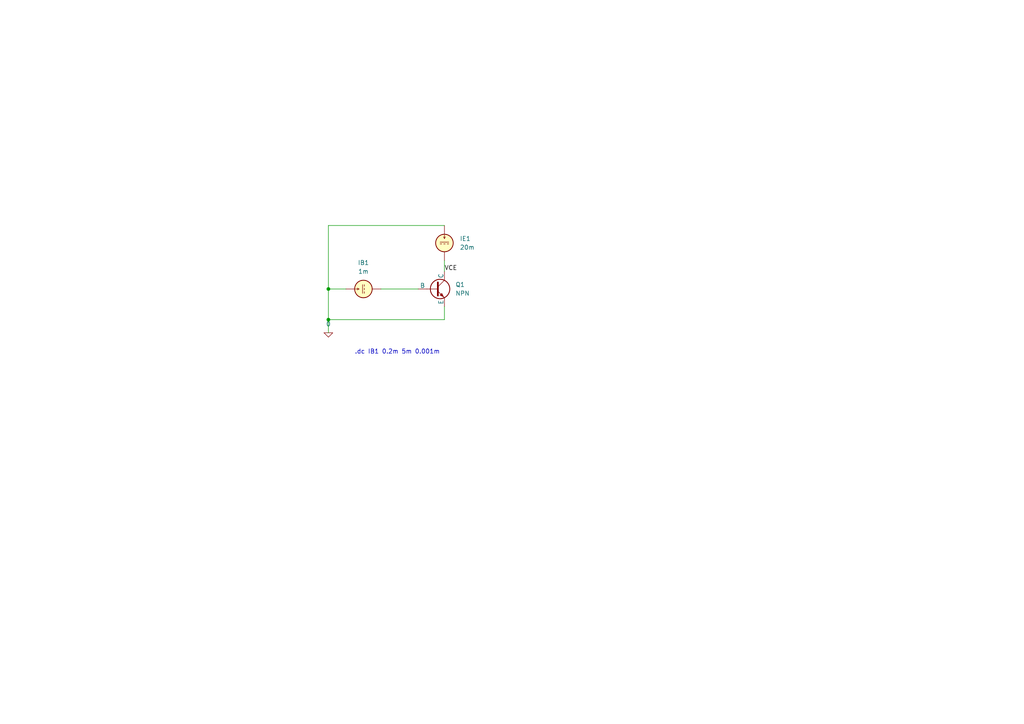
<source format=kicad_sch>
(kicad_sch (version 20230121) (generator eeschema)
  (paper "A4")
  (lib_symbols
    (symbol "Simulation_SPICE:0" (power) (pin_names (offset 0))
      (property "Value" "0" (at 0 -1.778 0))
      (symbol "0_0_1"
        (polyline (pts (xy -1.27 0) (xy 0 -1.27) (xy 1.27 0) (xy -1.27 0)))
      )
      (symbol "0_1_1"
        (pin power_in line (at 0 0 0) (length 0) hide (name "0") (number "1"))
      )
    )
    (symbol "Simulation_SPICE:IDC" (pin_numbers hide) (pin_names (offset 0.0254))
      (property "Reference" "I" (at 2.54 2.54 0))
      (property "Value" "1" (at 2.54 0 0))
      (symbol "IDC_0_0"
        (polyline (pts (xy -1.27 0.254) (xy 1.27 0.254)))
        (polyline (pts (xy -0.762 -0.254) (xy -1.27 -0.254)))
        (polyline (pts (xy 0.254 -0.254) (xy -0.254 -0.254)))
        (polyline (pts (xy 1.27 -0.254) (xy 0.762 -0.254)))
      )
      (symbol "IDC_0_1"
        (polyline (pts (xy 0 1.27) (xy 0 2.286)))
        (polyline (pts (xy -0.254 1.778) (xy 0 1.27) (xy 0.254 1.778)))
        (circle (center 0 0) (radius 2.54) (stroke (width 0.254)) (fill (type background)))
      )
      (symbol "IDC_1_1"
        (pin passive line (at 0 5.08 270) (length 2.54) (name "~") (number "1"))
        (pin passive line (at 0 -5.08 90) (length 2.54) (name "~") (number "2"))
      )
    )
    (symbol "Simulation_SPICE:NPN" (pin_numbers hide) (pin_names (offset 0))
      (property "Reference" "Q" (at -2.54 7.62 0))
      (property "Value" "NPN" (at -2.54 5.08 0))
      (symbol "NPN_0_1"
        (polyline (pts (xy -2.54 0) (xy 0.635 0)) (stroke (width 0.1524)))
        (polyline (pts (xy 0.635 0.635) (xy 2.54 2.54)))
        (polyline (pts (xy 2.794 -1.27) (xy 2.794 -1.27)) (stroke (width 0.1524)))
        (polyline (pts (xy 2.794 -1.27) (xy 2.794 -1.27)) (stroke (width 0.1524)))
        (polyline (pts (xy 0.635 -0.635) (xy 2.54 -2.54) (xy 2.54 -2.54)))
        (polyline (pts (xy 0.635 1.905) (xy 0.635 -1.905) (xy 0.635 -1.905)) (stroke (width 0.508)))
        (polyline (pts (xy 1.27 -1.778) (xy 1.778 -1.27) (xy 2.286 -2.286) (xy 1.27 -1.778) (xy 1.27 -1.778)) (fill (type outline)))
        (circle (center 1.27 0) (radius 2.8194) (stroke (width 0.254)))
      )
      (symbol "NPN_1_1"
        (pin open_collector line (at 2.54 5.08 270) (length 2.54) (name "C") (number "1"))
        (pin input line (at -5.08 0 0) (length 2.54) (name "B") (number "2"))
        (pin open_emitter line (at 2.54 -5.08 90) (length 2.54) (name "E") (number "3"))
      )
    )
  )
  (junction (at 95.25 92.71))
  (junction (at 95.25 83.82))
  (wire (pts (xy 128.905 65.405) (xy 95.25 65.405)))
  (wire (pts (xy 110.49 83.82) (xy 121.285 83.82)))
  (wire (pts (xy 128.905 92.71) (xy 95.25 92.71)))
  (wire (pts (xy 95.25 83.82) (xy 95.25 92.71)))
  (wire (pts (xy 128.905 92.71) (xy 128.905 88.9)))
  (wire (pts (xy 95.25 65.405) (xy 95.25 83.82)))
  (wire (pts (xy 100.33 83.82) (xy 95.25 83.82)))
  (wire (pts (xy 95.25 92.71) (xy 95.25 96.52)))
  (wire (pts (xy 128.905 75.565) (xy 128.905 78.74)))
  (text ".dc IB1 0.2m 5m 0.001m" (at 102.87 102.87 0) (effects (font (size 1.27 1.27)) (justify left bottom)))
  (label "VCE" (at 128.905 78.74 0))
  (symbol (lib_id "Simulation_SPICE:0") (at 95.25 96.52 0) (unit 1)
    (property "Reference" "#GND01" (effects hide))
    (property "Value" "0" (at 95.25 93.98 0))
  )
  (symbol (lib_id "Simulation_SPICE:NPN") (at 126.365 83.82 0) (unit 1)
    (property "Reference" "Q1" (at 132.08 82.55 0) (effects (justify left)))
    (property "Value" "NPN" (at 132.08 85.09 0) (effects (justify left)))
    (property "Sim.Device" "NPN" (effects hide))
    (property "Sim.Type" "GUMMELPOON" (effects hide))
    (property "Sim.Pins" "1=C 2=B 3=E" (effects hide))
  )
  (symbol (lib_id "Simulation_SPICE:IDC") (at 105.41 83.82 90) (unit 1)
    (property "Reference" "IB1" (at 105.41 76.2 90))
    (property "Value" "1m" (at 105.41 78.74 90))
    (property "Sim.Pins" "1=+ 2=-" (effects hide))
    (property "Sim.Type" "DC" (effects hide))
    (property "Sim.Device" "I" (effects hide))
  )
  (symbol (lib_id "Simulation_SPICE:IDC") (at 128.905 70.485 0) (unit 1)
    (property "Reference" "IE1" (at 133.35 69.215 0) (effects (justify left)))
    (property "Value" "20m" (at 133.35 71.755 0) (effects (justify left)))
    (property "Sim.Pins" "1=+ 2=-" (effects hide))
    (property "Sim.Type" "DC" (effects hide))
    (property "Sim.Device" "I" (effects hide))
  )
)
</source>
